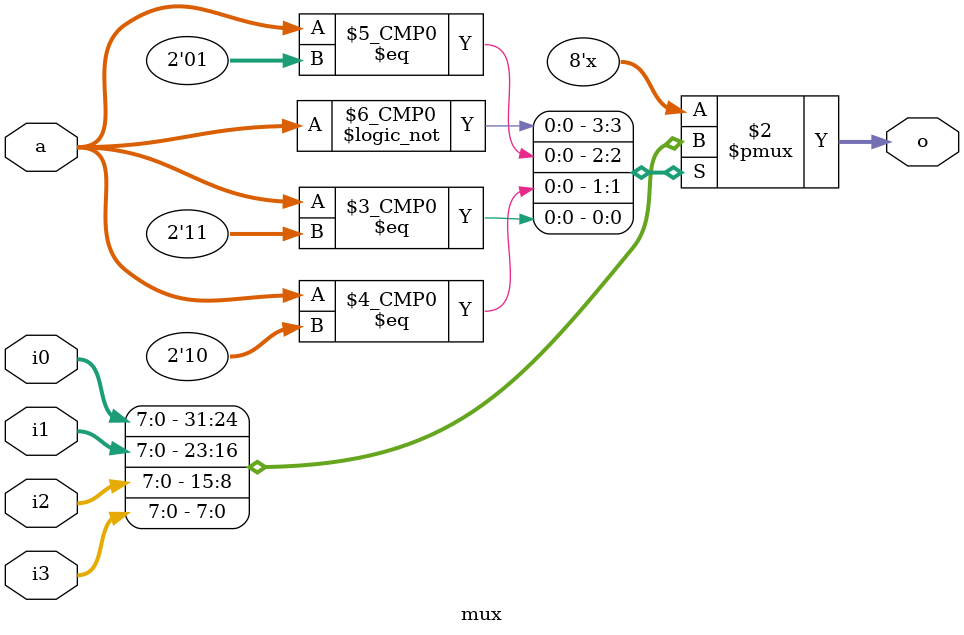
<source format=v>
module mux
(
	input wire [N-1:0]	i0,
	input wire [N-1:0]	i1,
	input wire [N-1:0]	i2,
	input wire [N-1:0]	i3,
	input wire [1:0]	a,
	output wire [N-1:0]	o
);
	parameter N=8;

	always
	begin
		case(a)
		0: o = i0;
		1: o = i1;
		2: o = i2;
		3: o = i3;
		endcase
	end

endmodule

</source>
